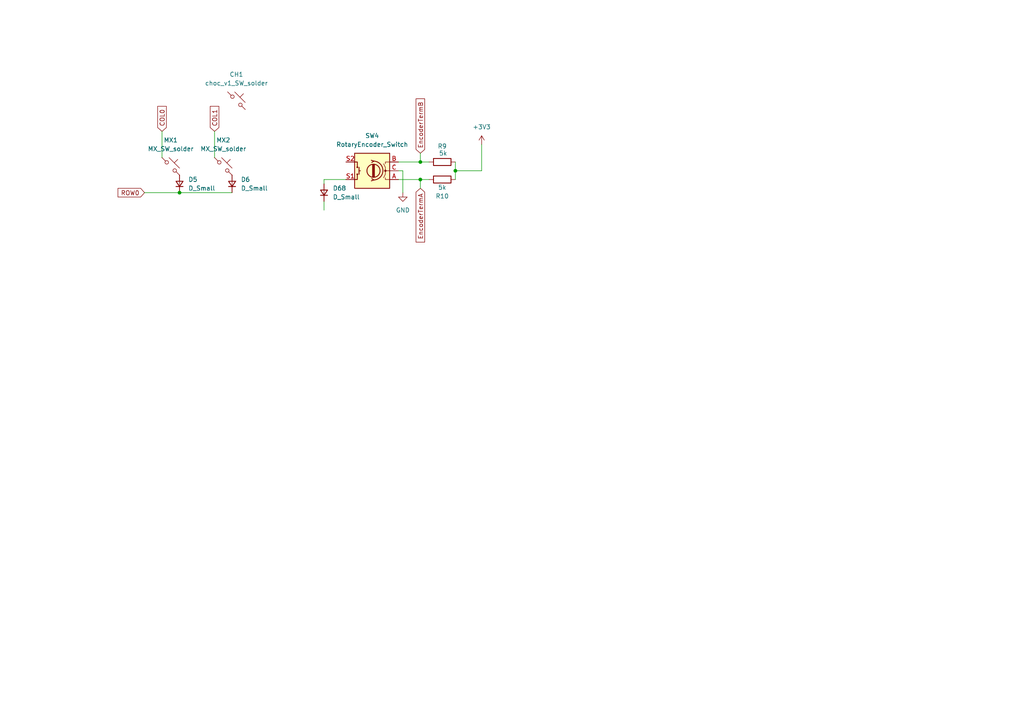
<source format=kicad_sch>
(kicad_sch (version 20250114) (generator "eeschema") (generator_version "9.0")
  (paper "A4")
  (lib_symbols
    (symbol "+3V3_1" (power) (pin_numbers (hide yes)) (pin_names (offset 0) (hide yes))
      (property "Value" "+3V3" (at 0 3.556 0))
      (symbol "+3V3_1_0_1"
        (polyline (pts (xy -0.762 1.27) (xy 0 2.54)))
        (polyline (pts (xy 0 2.54) (xy 0.762 1.27)))
        (polyline (pts (xy 0 0) (xy 0 2.54)))
      )
      (symbol "+3V3_1_1_1"
        (pin power_in line (at 0 0 90) (length 0) (name "~") (number "1"))
      )
    )
    (symbol "Device:D_Small" (pin_numbers (hide yes)) (pin_names (offset 0.254) (hide yes))
      (property "Reference" "D" (at -1.27 2.032 0))
      (property "Value" "D_Small" (at -3.81 -2.032 0))
      (symbol "D_Small_0_1"
        (polyline (pts (xy -0.762 0) (xy 0.762 0)))
        (polyline (pts (xy -0.762 -1.016) (xy -0.762 1.016)) (stroke (width 0.254)))
        (polyline (pts (xy 0.762 -1.016) (xy -0.762 0) (xy 0.762 1.016) (xy 0.762 -1.016)) (stroke (width 0.254)))
      )
      (symbol "D_Small_1_1"
        (pin passive line (at -2.54 0 0) (length 1.778) (name "K") (number "1"))
        (pin passive line (at 2.54 0 180) (length 1.778) (name "A") (number "2"))
      )
    )
    (symbol "Device:R" (pin_numbers (hide yes)) (pin_names (offset 0))
      (property "Reference" "R" (at 2.032 0 90))
      (property "Value" "R" (at 0 0 90))
      (symbol "R_0_1"
        (rectangle (start -1.016 -2.54) (end 1.016 2.54) (stroke (width 0.254)))
      )
      (symbol "R_1_1"
        (pin passive line (at 0 3.81 270) (length 1.27) (name "~") (number "1"))
        (pin passive line (at 0 -3.81 90) (length 1.27) (name "~") (number "2"))
      )
    )
    (symbol "Device:RotaryEncoder_Switch" (pin_names (offset 0.254) (hide yes))
      (property "Reference" "SW" (at 0 6.604 0))
      (property "Value" "RotaryEncoder_Switch" (at 0 -6.604 0))
      (symbol "RotaryEncoder_Switch_0_1"
        (rectangle (start -5.08 5.08) (end 5.08 -5.08) (stroke (width 0.254)) (fill (type background)))
        (polyline (pts (xy -5.08 2.54) (xy -3.81 2.54) (xy -3.81 2.032)))
        (polyline (pts (xy -5.08 0) (xy -3.81 0) (xy -3.81 -1.016) (xy -3.302 -2.032)))
        (polyline (pts (xy -5.08 -2.54) (xy -3.81 -2.54) (xy -3.81 -2.032)))
        (polyline (pts (xy -4.318 0) (xy -3.81 0) (xy -3.81 1.016) (xy -3.302 2.032)))
        (circle (center -3.81 0) (radius 0.254) (fill (type outline)))
        (polyline (pts (xy -0.635 -1.778) (xy -0.635 1.778)) (stroke (width 0.254)))
        (circle (center -0.381 0) (radius 1.905) (stroke (width 0.254)))
        (polyline (pts (xy -0.381 -1.778) (xy -0.381 1.778)) (stroke (width 0.254)))
        (arc (start -0.381 -2.794) (mid -3.0988 -0.0635) (end -0.381 2.667) (stroke (width 0.254)))
        (polyline (pts (xy -0.127 1.778) (xy -0.127 -1.778)) (stroke (width 0.254)))
        (polyline (pts (xy 0.254 2.921) (xy -0.508 2.667) (xy 0.127 2.286)) (stroke (width 0.254)))
        (polyline (pts (xy 0.254 -3.048) (xy -0.508 -2.794) (xy 0.127 -2.413)) (stroke (width 0.254)))
        (polyline (pts (xy 3.81 1.016) (xy 3.81 -1.016)) (stroke (width 0.254)))
        (polyline (pts (xy 3.81 0) (xy 3.429 0)) (stroke (width 0.254)))
        (circle (center 4.318 1.016) (radius 0.127) (stroke (width 0.254)))
        (circle (center 4.318 -1.016) (radius 0.127) (stroke (width 0.254)))
        (polyline (pts (xy 5.08 2.54) (xy 4.318 2.54) (xy 4.318 1.016)) (stroke (width 0.254)))
        (polyline (pts (xy 5.08 -2.54) (xy 4.318 -2.54) (xy 4.318 -1.016)) (stroke (width 0.254)))
      )
      (symbol "RotaryEncoder_Switch_1_1"
        (pin passive line (at -7.62 2.54 0) (length 2.54) (name "A") (number "A"))
        (pin passive line (at -7.62 0 0) (length 2.54) (name "C") (number "C"))
        (pin passive line (at -7.62 -2.54 0) (length 2.54) (name "B") (number "B"))
        (pin passive line (at 7.62 2.54 180) (length 2.54) (name "S1") (number "S1"))
        (pin passive line (at 7.62 -2.54 180) (length 2.54) (name "S2") (number "S2"))
      )
    )
    (symbol "GND_1" (power) (pin_numbers (hide yes)) (pin_names (offset 0) (hide yes))
      (property "Value" "GND" (at 0 -3.81 0))
      (symbol "GND_1_0_1"
        (polyline (pts (xy 0 0) (xy 0 -1.27) (xy 1.27 -1.27) (xy 0 -2.54) (xy -1.27 -1.27) (xy 0 -1.27)))
      )
      (symbol "GND_1_1_1"
        (pin power_in line (at 0 0 270) (length 0) (name "~") (number "1"))
      )
    )
    (symbol "PCM_marbastlib-choc:choc_v1_SW_solder" (pin_numbers (hide yes)) (pin_names (offset 1.016) (hide yes))
      (property "Reference" "CH" (at 3.048 1.016 0))
      (property "Value" "choc_v1_SW_solder" (at 0 -3.81 0))
      (symbol "choc_v1_SW_solder_0_1"
        (polyline (pts (xy -2.54 2.54) (xy -1.524 1.524) (xy -1.524 1.524)))
        (circle (center -1.1684 1.1684) (radius 0.508))
        (polyline (pts (xy -0.508 2.54) (xy 2.54 -0.508)))
        (polyline (pts (xy 1.016 1.016) (xy 2.032 2.032)))
        (circle (center 1.143 -1.1938) (radius 0.508))
        (polyline (pts (xy 1.524 -1.524) (xy 2.54 -2.54) (xy 2.54 -2.54) (xy 2.54 -2.54)))
        (pin passive line (at -2.54 2.54 0) (length 0) (name "1") (number "1"))
        (pin passive line (at 2.54 -2.54 180) (length 0) (name "2") (number "2"))
      )
    )
    (symbol "PCM_marbastlib-mx:MX_SW_solder" (pin_numbers (hide yes)) (pin_names (offset 1.016) (hide yes))
      (property "Reference" "MX" (at 3.048 1.016 0))
      (property "Value" "MX_SW_solder" (at 0 -3.81 0))
      (symbol "MX_SW_solder_0_1"
        (polyline (pts (xy -2.54 2.54) (xy -1.524 1.524) (xy -1.524 1.524)))
        (circle (center -1.1684 1.1684) (radius 0.508))
        (polyline (pts (xy -0.508 2.54) (xy 2.54 -0.508)))
        (polyline (pts (xy 1.016 1.016) (xy 2.032 2.032)))
        (circle (center 1.143 -1.1938) (radius 0.508))
        (polyline (pts (xy 1.524 -1.524) (xy 2.54 -2.54) (xy 2.54 -2.54) (xy 2.54 -2.54)))
        (pin passive line (at -2.54 2.54 0) (length 0) (name "1") (number "1"))
        (pin passive line (at 2.54 -2.54 180) (length 0) (name "2") (number "2"))
      )
    )
  )
  (junction (at 52.07 55.88))
  (junction (at 132.08 49.53))
  (junction (at 121.92 52.07))
  (junction (at 121.92 46.99))
  (wire (pts (xy 121.92 44.45) (xy 121.92 46.99)))
  (wire (pts (xy 116.84 49.53) (xy 115.57 49.53)))
  (wire (pts (xy 115.57 46.99) (xy 121.92 46.99)))
  (wire (pts (xy 132.08 49.53) (xy 132.08 46.99)))
  (wire (pts (xy 46.99 38.1) (xy 46.99 45.72)))
  (wire (pts (xy 139.7 41.91) (xy 139.7 49.53)))
  (wire (pts (xy 139.7 49.53) (xy 132.08 49.53)))
  (wire (pts (xy 62.23 38.1) (xy 62.23 45.72)))
  (wire (pts (xy 93.98 52.07) (xy 93.98 53.34)))
  (wire (pts (xy 115.57 52.07) (xy 121.92 52.07)))
  (wire (pts (xy 100.33 52.07) (xy 93.98 52.07)))
  (wire (pts (xy 121.92 46.99) (xy 124.46 46.99)))
  (wire (pts (xy 52.07 55.88) (xy 67.31 55.88)))
  (wire (pts (xy 116.84 55.88) (xy 116.84 49.53)))
  (wire (pts (xy 121.92 52.07) (xy 124.46 52.07)))
  (wire (pts (xy 121.92 54.61) (xy 121.92 52.07)))
  (wire (pts (xy 41.91 55.88) (xy 52.07 55.88)))
  (wire (pts (xy 93.98 58.42) (xy 93.98 60.96)))
  (wire (pts (xy 132.08 52.07) (xy 132.08 49.53)))
  (global_label "EncoderTermA" (shape input) (at 121.92 54.61 270) (property "Intersheetrefs" "${INTERSHEET_REFS}" (effects (hide yes))))
  (global_label "COL1" (shape input) (at 62.23 38.1 90) (property "Intersheetrefs" "${INTERSHEET_REFS}" (effects (hide yes))))
  (global_label "ROW0" (shape input) (at 41.91 55.88 180) (property "Intersheetrefs" "${INTERSHEET_REFS}" (effects (hide yes))))
  (global_label "COL0" (shape input) (at 46.99 38.1 90) (property "Intersheetrefs" "${INTERSHEET_REFS}" (effects (hide yes))))
  (global_label "EncoderTermB" (shape input) (at 121.92 44.45 90) (property "Intersheetrefs" "${INTERSHEET_REFS}" (effects (hide yes))))
  (symbol (lib_id "PCM_marbastlib-choc:choc_v1_SW_solder") (at 68.58 29.21 0) (unit 1)
    (property "Reference" "CH1" (at 68.58 21.59 0))
    (property "Value" "choc_v1_SW_solder" (at 68.58 24.13 0))
    (property "Footprint" "PCM_marbastlib-choc:SW_choc_v1_1u" (effects (hide yes)))
    (property "Description" "Push button switch, normally open, two pins, 45° tilted" (effects (hide yes)))
  )
  (symbol (lib_id "Device:D_Small") (at 67.31 53.34 90) (unit 1)
    (property "Reference" "D6" (at 69.85 52.0699 90) (effects (justify right)))
    (property "Value" "D_Small" (at 69.85 54.6099 90) (effects (justify right)))
    (property "Footprint" "Diode_SMD:D_SOD-123" (effects (hide yes)))
    (property "Description" "Diode, small symbol" (effects (hide yes)))
    (property "Sim.Device" "D" (effects (hide yes)))
    (property "Sim.Pins" "1=K 2=A" (effects (hide yes)))
  )
  (symbol (lib_name "GND_1") (lib_id "power:GND") (at 116.84 55.88 0) (unit 1)
    (property "Reference" "#PWR020" (effects (hide yes)))
    (property "Value" "GND" (at 116.84 60.96 0))
    (property "Description" "Power symbol creates a global label with name \"GND\" , ground" (effects (hide yes)))
  )
  (symbol (lib_id "Device:R") (at 128.27 52.07 270) (unit 1)
    (property "Reference" "R10" (at 128.27 56.896 90))
    (property "Value" "5k" (at 128.27 54.356 90))
    (property "Footprint" "Resistor_SMD:R_0603_1608Metric_Pad0.98x0.95mm_HandSolder" (effects (hide yes)))
    (property "Description" "Resistor" (effects (hide yes)))
  )
  (symbol (lib_id "Device:RotaryEncoder_Switch") (at 107.95 49.53 180) (unit 1)
    (property "Reference" "SW4" (at 107.95 39.37 0))
    (property "Value" "RotaryEncoder_Switch" (at 107.95 41.91 0))
    (property "Footprint" "PCM_marbastlib-various:ROT_Alps_EC11E-Switch" (effects (hide yes)))
    (property "Description" "Rotary encoder, dual channel, incremental quadrate outputs, with switch" (effects (hide yes)))
  )
  (symbol (lib_id "Device:R") (at 128.27 46.99 270) (unit 1)
    (property "Reference" "R9" (at 128.27 42.418 90))
    (property "Value" "5k" (at 128.524 44.45 90))
    (property "Footprint" "Resistor_SMD:R_0603_1608Metric_Pad0.98x0.95mm_HandSolder" (effects (hide yes)))
    (property "Description" "Resistor" (effects (hide yes)))
  )
  (symbol (lib_id "PCM_marbastlib-mx:MX_SW_solder") (at 64.77 48.26 0) (unit 1)
    (property "Reference" "MX2" (at 64.77 40.64 0))
    (property "Value" "MX_SW_solder" (at 64.77 43.18 0))
    (property "Footprint" "PCM_marbastlib-mx:SW_MX_1u" (effects (hide yes)))
    (property "Description" "Push button switch, normally open, two pins, 45° tilted" (effects (hide yes)))
  )
  (symbol (lib_id "Device:D_Small") (at 93.98 55.88 90) (unit 1)
    (property "Reference" "D68" (at 96.52 54.6099 90) (effects (justify right)))
    (property "Value" "D_Small" (at 96.52 57.1499 90) (effects (justify right)))
    (property "Footprint" "Diode_SMD:D_SOD-123" (effects (hide yes)))
    (property "Description" "Diode, small symbol" (effects (hide yes)))
    (property "Sim.Device" "D" (effects (hide yes)))
    (property "Sim.Pins" "1=K 2=A" (effects (hide yes)))
  )
  (symbol (lib_name "+3V3_1") (lib_id "power:+3V3") (at 139.7 41.91 0) (unit 1)
    (property "Reference" "#PWR021" (effects (hide yes)))
    (property "Value" "+3V3" (at 139.7 36.83 0))
    (property "Description" "Power symbol creates a global label with name \"+3V3\"" (effects (hide yes)))
  )
  (symbol (lib_id "PCM_marbastlib-mx:MX_SW_solder") (at 49.53 48.26 0) (unit 1)
    (property "Reference" "MX1" (at 49.53 40.64 0))
    (property "Value" "MX_SW_solder" (at 49.53 43.18 0))
    (property "Footprint" "PCM_marbastlib-mx:SW_MX_1u" (effects (hide yes)))
    (property "Description" "Push button switch, normally open, two pins, 45° tilted" (effects (hide yes)))
  )
  (symbol (lib_id "Device:D_Small") (at 52.07 53.34 90) (unit 1)
    (property "Reference" "D5" (at 54.61 52.0699 90) (effects (justify right)))
    (property "Value" "D_Small" (at 54.61 54.6099 90) (effects (justify right)))
    (property "Footprint" "Diode_SMD:D_SOD-123" (effects (hide yes)))
    (property "Description" "Diode, small symbol" (effects (hide yes)))
    (property "Sim.Device" "D" (effects (hide yes)))
    (property "Sim.Pins" "1=K 2=A" (effects (hide yes)))
  )
)
</source>
